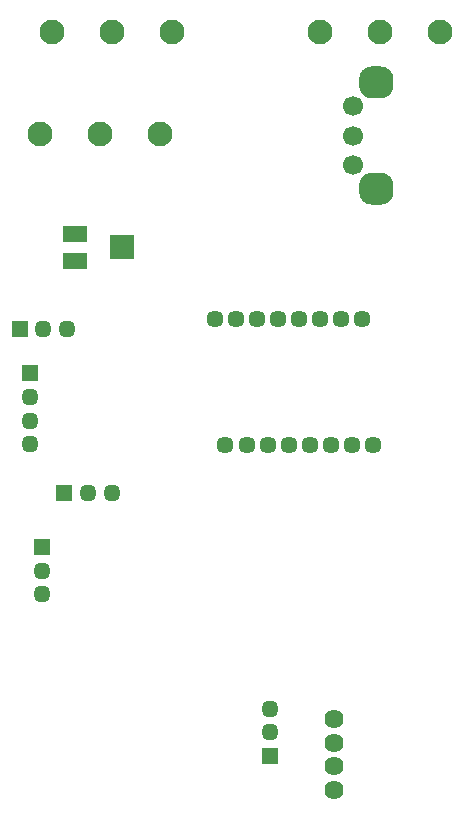
<source format=gbr>
%TF.GenerationSoftware,KiCad,Pcbnew,(5.1.6-0-10_14)*%
%TF.CreationDate,2020-12-05T10:50:09+01:00*%
%TF.ProjectId,Mys,4d79732e-6b69-4636-9164-5f7063625858,rev?*%
%TF.SameCoordinates,PX223cd58PY13c0734*%
%TF.FileFunction,Soldermask,Bot*%
%TF.FilePolarity,Negative*%
%FSLAX46Y46*%
G04 Gerber Fmt 4.6, Leading zero omitted, Abs format (unit mm)*
G04 Created by KiCad (PCBNEW (5.1.6-0-10_14)) date 2020-12-05 10:50:09*
%MOMM*%
%LPD*%
G01*
G04 APERTURE LIST*
%ADD10R,1.450000X1.450000*%
%ADD11O,1.450000X1.450000*%
%ADD12R,2.100000X1.400000*%
%ADD13R,2.100000X2.100000*%
%ADD14C,1.700000*%
%ADD15C,1.624000*%
%ADD16C,2.100000*%
%ADD17C,1.450000*%
G04 APERTURE END LIST*
D10*
%TO.C,J3*%
X700000Y-31800000D03*
D11*
X700000Y-33800000D03*
X700000Y-35800000D03*
X700000Y-37800000D03*
%TD*%
%TO.C,J2*%
X1700000Y-50500000D03*
X1700000Y-48500000D03*
D10*
X1700000Y-46500000D03*
%TD*%
D11*
%TO.C,J6*%
X7600000Y-41900000D03*
X5600000Y-41900000D03*
D10*
X3600000Y-41900000D03*
%TD*%
D11*
%TO.C,J5*%
X3800000Y-28000000D03*
X1800000Y-28000000D03*
D10*
X-200000Y-28000000D03*
%TD*%
D12*
%TO.C,RV1*%
X4500000Y-19950000D03*
D13*
X8500000Y-21100000D03*
D12*
X4500000Y-22250000D03*
%TD*%
D14*
%TO.C,SW3*%
X27997000Y-14156000D03*
X27997000Y-11656000D03*
X27997000Y-9156000D03*
G36*
G01*
X30407500Y-17506000D02*
X29586500Y-17506000D01*
G75*
G02*
X28547000Y-16466500I0J1039500D01*
G01*
X28547000Y-15845500D01*
G75*
G02*
X29586500Y-14806000I1039500J0D01*
G01*
X30407500Y-14806000D01*
G75*
G02*
X31447000Y-15845500I0J-1039500D01*
G01*
X31447000Y-16466500D01*
G75*
G02*
X30407500Y-17506000I-1039500J0D01*
G01*
G37*
G36*
G01*
X30407500Y-8506000D02*
X29586500Y-8506000D01*
G75*
G02*
X28547000Y-7466500I0J1039500D01*
G01*
X28547000Y-6845500D01*
G75*
G02*
X29586500Y-5806000I1039500J0D01*
G01*
X30407500Y-5806000D01*
G75*
G02*
X31447000Y-6845500I0J-1039500D01*
G01*
X31447000Y-7466500D01*
G75*
G02*
X30407500Y-8506000I-1039500J0D01*
G01*
G37*
%TD*%
D15*
%TO.C,J1*%
X26441000Y-65056200D03*
X26441000Y-63056200D03*
X26441000Y-61056200D03*
X26441000Y-67056200D03*
%TD*%
D16*
%TO.C,SW2*%
X30280000Y-2850000D03*
X35360000Y-2850000D03*
X25200000Y-2850000D03*
%TD*%
%TO.C,SW1*%
X7620000Y-2850000D03*
X2540000Y-2850000D03*
X12700000Y-2850000D03*
%TD*%
%TO.C,SW4*%
X1520000Y-11550000D03*
X11680000Y-11550000D03*
X6600000Y-11550000D03*
%TD*%
D17*
%TO.C,U2*%
X29690000Y-37850000D03*
X27910000Y-37850000D03*
X26130000Y-37850000D03*
X24350000Y-37850000D03*
X22570000Y-37850000D03*
X20790000Y-37850000D03*
X19050000Y-37850000D03*
X17230000Y-37850000D03*
X28800000Y-27150000D03*
X27020000Y-27150000D03*
X25240000Y-27150000D03*
X23460000Y-27150000D03*
X21680000Y-27150000D03*
X19900000Y-27150000D03*
X18120000Y-27150000D03*
X16340000Y-27150000D03*
%TD*%
D10*
%TO.C,J4*%
X20980000Y-64183200D03*
D11*
X20980000Y-62183200D03*
X20980000Y-60183200D03*
%TD*%
M02*

</source>
